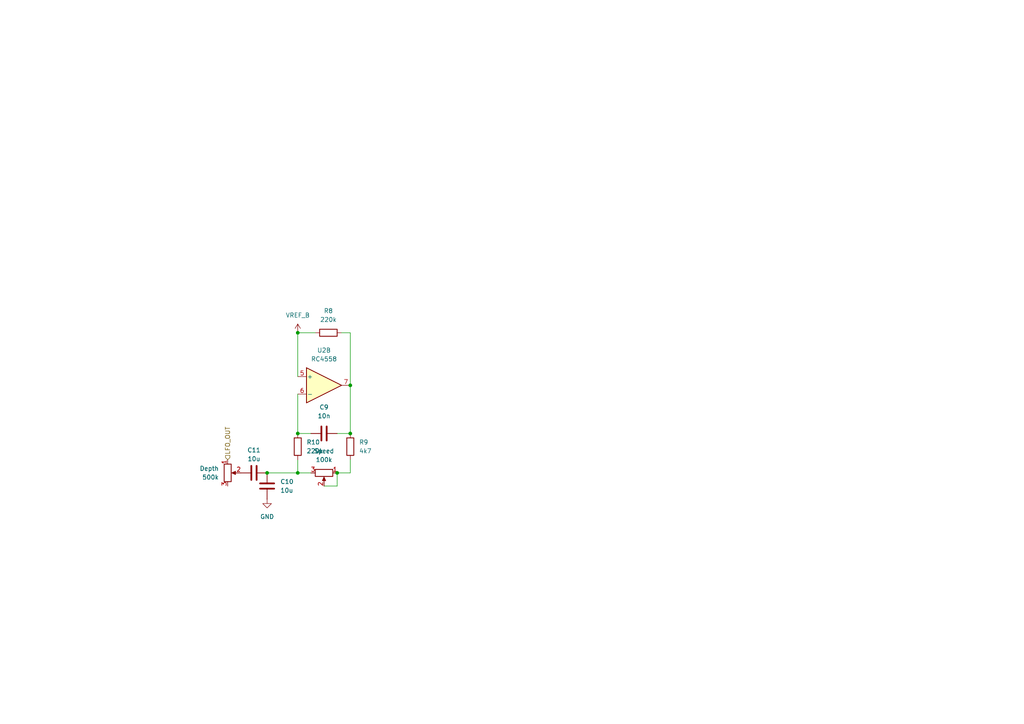
<source format=kicad_sch>
(kicad_sch (version 20231120) (generator "eeschema") (generator_version "8.0")
  (paper "A4")
  (lib_symbols
    (symbol "Amplifier_Operational:RC4558" (pin_names (offset 0.127))
      (property "Reference" "U" (at 0 5.08 0))
      (property "Value" "RC4558" (at 0 -5.08 0))
      (symbol "RC4558_1_1"
        (polyline (pts (xy -5.08 5.08) (xy 5.08 0) (xy -5.08 -5.08) (xy -5.08 5.08)) (stroke (width 0.254)) (fill (type background)))
        (pin output line (at 7.62 0 180) (length 2.54) (name "~") (number "1"))
        (pin input line (at -7.62 -2.54 0) (length 2.54) (name "-") (number "2"))
        (pin input line (at -7.62 2.54 0) (length 2.54) (name "+") (number "3"))
      )
      (symbol "RC4558_2_1"
        (polyline (pts (xy -5.08 5.08) (xy 5.08 0) (xy -5.08 -5.08) (xy -5.08 5.08)) (stroke (width 0.254)) (fill (type background)))
        (pin input line (at -7.62 2.54 0) (length 2.54) (name "+") (number "5"))
        (pin input line (at -7.62 -2.54 0) (length 2.54) (name "-") (number "6"))
        (pin output line (at 7.62 0 180) (length 2.54) (name "~") (number "7"))
      )
      (symbol "RC4558_3_1"
        (pin power_in line (at -2.54 -7.62 90) (length 3.81) (name "V-") (number "4"))
        (pin power_in line (at -2.54 7.62 270) (length 3.81) (name "V+") (number "8"))
      )
    )
    (symbol "Device:C" (pin_numbers hide) (pin_names (offset 0.254))
      (property "Reference" "C" (at 0.635 2.54 0))
      (property "Value" "C" (at 0.635 -2.54 0))
      (symbol "C_0_1"
        (polyline (pts (xy -2.032 -0.762) (xy 2.032 -0.762)) (stroke (width 0.508)))
        (polyline (pts (xy -2.032 0.762) (xy 2.032 0.762)) (stroke (width 0.508)))
      )
      (symbol "C_1_1"
        (pin passive line (at 0 3.81 270) (length 2.794) (name "~") (number "1"))
        (pin passive line (at 0 -3.81 90) (length 2.794) (name "~") (number "2"))
      )
    )
    (symbol "Device:R" (pin_numbers hide) (pin_names (offset 0))
      (property "Reference" "R" (at 2.032 0 90))
      (property "Value" "R" (at 0 0 90))
      (symbol "R_0_1"
        (rectangle (start -1.016 -2.54) (end 1.016 2.54) (stroke (width 0.254)))
      )
      (symbol "R_1_1"
        (pin passive line (at 0 3.81 270) (length 1.27) (name "~") (number "1"))
        (pin passive line (at 0 -3.81 90) (length 1.27) (name "~") (number "2"))
      )
    )
    (symbol "Device:R_Potentiometer" (pin_names (offset 1.016) hide)
      (property "Reference" "RV" (at -4.445 0 90))
      (property "Value" "R_Potentiometer" (at -2.54 0 90))
      (symbol "R_Potentiometer_0_1"
        (polyline (pts (xy 2.54 0) (xy 1.524 0)))
        (polyline (pts (xy 1.143 0) (xy 2.286 0.508) (xy 2.286 -0.508) (xy 1.143 0)) (fill (type outline)))
        (rectangle (start 1.016 2.54) (end -1.016 -2.54) (stroke (width 0.254)))
      )
      (symbol "R_Potentiometer_1_1"
        (pin passive line (at 0 3.81 270) (length 1.27) (name "1") (number "1"))
        (pin passive line (at 3.81 0 180) (length 1.27) (name "2") (number "2"))
        (pin passive line (at 0 -3.81 90) (length 1.27) (name "3") (number "3"))
      )
    )
    (symbol "power:GND" (power) (pin_numbers hide) (pin_names (offset 0) hide)
      (property "Value" "GND" (at 0 -3.81 0))
      (symbol "GND_0_1"
        (polyline (pts (xy 0 0) (xy 0 -1.27) (xy 1.27 -1.27) (xy 0 -2.54) (xy -1.27 -1.27) (xy 0 -1.27)))
      )
      (symbol "GND_1_1"
        (pin power_in line (at 0 0 270) (length 0) (name "~") (number "1"))
      )
    )
    (symbol "power:VAA" (power) (pin_numbers hide) (pin_names (offset 0) hide)
      (property "Value" "VAA" (at 0 3.556 0))
      (symbol "VAA_0_1"
        (polyline (pts (xy -0.762 1.27) (xy 0 2.54)))
        (polyline (pts (xy 0 0) (xy 0 2.54)))
        (polyline (pts (xy 0 2.54) (xy 0.762 1.27)))
      )
      (symbol "VAA_1_1"
        (pin power_in line (at 0 0 90) (length 0) (name "~") (number "1"))
      )
    )
  )
  (junction (at 101.6 125.73))
  (junction (at 86.36 125.73))
  (junction (at 86.36 137.16))
  (junction (at 77.47 137.16))
  (junction (at 101.6 111.76))
  (junction (at 97.79 137.16))
  (junction (at 86.36 96.52))
  (wire (pts (xy 101.6 96.52) (xy 101.6 111.76)))
  (wire (pts (xy 99.06 96.52) (xy 101.6 96.52)))
  (wire (pts (xy 101.6 133.35) (xy 101.6 137.16)))
  (wire (pts (xy 97.79 140.97) (xy 97.79 137.16)))
  (wire (pts (xy 93.98 140.97) (xy 97.79 140.97)))
  (wire (pts (xy 86.36 137.16) (xy 90.17 137.16)))
  (wire (pts (xy 86.36 133.35) (xy 86.36 137.16)))
  (wire (pts (xy 86.36 96.52) (xy 86.36 109.22)))
  (wire (pts (xy 101.6 125.73) (xy 101.6 111.76)))
  (wire (pts (xy 90.17 125.73) (xy 86.36 125.73)))
  (wire (pts (xy 97.79 125.73) (xy 101.6 125.73)))
  (wire (pts (xy 86.36 125.73) (xy 86.36 114.3)))
  (wire (pts (xy 101.6 137.16) (xy 97.79 137.16)))
  (wire (pts (xy 77.47 137.16) (xy 86.36 137.16)))
  (wire (pts (xy 91.44 96.52) (xy 86.36 96.52)))
  (hierarchical_label "LFO_OUT" (shape input) (at 66.04 133.35 90))
  (symbol (lib_id "Device:R") (at 86.36 129.54 180) (unit 1)
    (property "Reference" "R10" (at 88.9 128.2699 0) (effects (justify right)))
    (property "Value" "220k" (at 88.9 130.8099 0) (effects (justify right)))
    (property "Description" "Resistor" (effects (hide yes)))
  )
  (symbol (lib_id "Device:R") (at 95.25 96.52 90) (unit 1)
    (property "Reference" "R8" (at 95.25 90.17 90))
    (property "Value" "220k" (at 95.25 92.71 90))
    (property "Description" "Resistor" (effects (hide yes)))
  )
  (symbol (lib_id "Device:R_Potentiometer") (at 93.98 137.16 270) (unit 1)
    (property "Reference" "Speed" (at 93.98 130.81 90))
    (property "Value" "100k" (at 93.98 133.35 90))
    (property "Description" "Potentiometer" (effects (hide yes)))
  )
  (symbol (lib_id "Device:C") (at 93.98 125.73 90) (unit 1)
    (property "Reference" "C9" (at 93.98 118.11 90))
    (property "Value" "10n" (at 93.98 120.65 90))
    (property "Description" "Unpolarized capacitor" (effects (hide yes)))
  )
  (symbol (lib_id "Device:C") (at 77.47 140.97 180) (unit 1)
    (property "Reference" "C10" (at 81.28 139.6999 0) (effects (justify right)))
    (property "Value" "10u" (at 81.28 142.2399 0) (effects (justify right)))
    (property "Description" "Unpolarized capacitor" (effects (hide yes)))
  )
  (symbol (lib_id "Device:C") (at 73.66 137.16 270) (unit 1)
    (property "Reference" "C11" (at 73.66 130.5573 90))
    (property "Value" "10u" (at 73.66 133.0973 90))
    (property "Description" "Unpolarized capacitor" (effects (hide yes)))
  )
  (symbol (lib_id "power:GND") (at 77.47 144.78 0) (unit 1)
    (property "Reference" "#PWR04" (effects (hide yes)))
    (property "Value" "GND" (at 77.47 149.86 0))
    (property "Description" "Power symbol creates a global label with name \"GND\" , ground" (effects (hide yes)))
  )
  (symbol (lib_id "power:VAA") (at 86.36 96.52 0) (unit 1)
    (property "Reference" "#PWR07" (effects (hide yes)))
    (property "Value" "VREF_B" (at 86.36 91.44 0))
    (property "Description" "Power symbol creates a global label with name \"VAA\"" (effects (hide yes)))
  )
  (symbol (lib_id "Device:R") (at 101.6 129.54 180) (unit 1)
    (property "Reference" "R9" (at 104.14 128.2699 0) (effects (justify right)))
    (property "Value" "4k7" (at 104.14 130.8099 0) (effects (justify right)))
    (property "Description" "Resistor" (effects (hide yes)))
  )
  (symbol (lib_id "Amplifier_Operational:RC4558") (at 93.98 111.76 0) (unit 2)
    (property "Reference" "U2" (at 93.98 101.6 0))
    (property "Value" "RC4558" (at 93.98 104.14 0))
    (property "Datasheet" "http://www.ti.com/lit/ds/symlink/rc4558.pdf" (effects (hide yes)))
    (property "Description" "Dual General Purpose, Operational Amplifier, DIP-8/SOIC-8/SSOP-8" (effects (hide yes)))
  )
  (symbol (lib_id "Device:R_Potentiometer") (at 66.04 137.16 0) (unit 1)
    (property "Reference" "Depth" (at 63.5 135.8899 0) (effects (justify right)))
    (property "Value" "500k" (at 63.5 138.4299 0) (effects (justify right)))
    (property "Description" "Potentiometer" (effects (hide yes)))
  )
)
</source>
